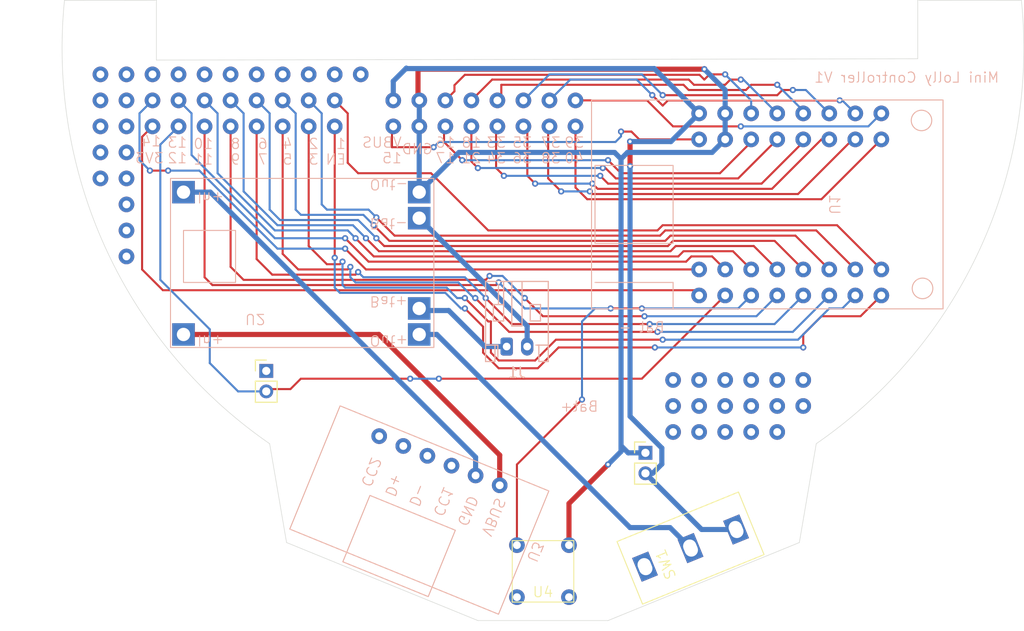
<source format=kicad_pcb>
(kicad_pcb (version 20240108) (generator "pcbnew") (generator_version "8.0")
  (layers (0 "F.Cu" signal) (31 "B.Cu" signal) (34 "B.Paste" user) (35 "F.Paste" user) (36 "B.SilkS" user "B.Silkscreen") (37 "F.SilkS" user "F.Silkscreen") (38 "B.Mask" user) (39 "F.Mask" user) (44 "Edge.Cuts" user))
  (net 0 "")
  (net 1 "GND")
  (net 3 "12")
  (net 4 "33")
  (net 5 "15")
  (net 6 "36")
  (net 7 "38")
  (net 8 "10")
  (net 9 "11")
  (net 10 "3")
  (net 11 "13")
  (net 12 "1")
  (net 13 "35")
  (net 14 "6")
  (net 15 "4")
  (net 16 "9")
  (net 17 "2")
  (net 18 "34")
  (net 19 "16")
  (net 20 "17")
  (net 21 "7")
  (net 22 "14")
  (net 23 "8")
  (net 24 "37")
  (net 25 "5")
  (net 26 "EN")
  (net 27 "39")
  (net 28 "40")
  (net 29 "3V3")
  (net 30 "VBUS")
  (net 31 "Net-(U2-In_+)")
  (net 32 "Net-(U2-In_-)")
  (net 33 "Bat+")
  (net 34 "Bat-")
  (net 35 "Net-(SW1-B)")
  (net 37 "18")
  (net 38 "21")
  (footprint "" (layer "F.Cu") (at 170.32 134.925 90)
    (property "Reference" "" (hide yes))
    (property "Value" "" (hide yes))
  )
  (footprint "Connector_PinHeader_2.00mm:PinHeader_1x02_P2.00mm_Vertical" (layer "F.Cu") (at 160 139.5)
    (property "Reference" "REF**" (hide yes))
    (property "Value" "PinHeader_1x02_P2.00mm_Vertical")
  )
  (footprint "" (layer "F.Cu") (at 109.36 110.16 90)
    (property "Reference" "" (hide yes))
    (property "Value" "" (hide yes))
  )
  (footprint "" (layer "F.Cu") (at 172.86 137.465 90)
    (property "Reference" "" (hide yes))
    (property "Value" "" (hide yes))
  )
  (footprint "" (layer "F.Cu") (at 109.36 112.7 90)
    (property "Reference" "" (hide yes))
    (property "Value" "" (hide yes))
  )
  (footprint "" (layer "F.Cu") (at 167.78 132.385 90)
    (property "Reference" "" (hide yes))
    (property "Value" "" (hide yes))
  )
  (footprint "" (layer "F.Cu") (at 116.98 102.54 90)
    (property "Reference" "" (hide yes))
    (property "Value" "" (hide yes))
  )
  (footprint "" (layer "F.Cu") (at 170.32 137.465 90)
    (property "Reference" "" (hide yes))
    (property "Value" "" (hide yes))
  )
  (footprint "controller:1P2T SPDT RUNCCI-YUN" (layer "F.Cu") (at 164.4 148.8 112.2)
    (property "Reference" "SW1")
    (property "Value" "SW_SPDT")
  )
  (footprint "" (layer "F.Cu") (at 114.44 102.54 90)
    (property "Reference" "" (hide yes))
    (property "Value" "" (hide yes))
  )
  (footprint "" (layer "F.Cu") (at 170.32 132.385 90)
    (property "Reference" "" (hide yes))
    (property "Value" "" (hide yes))
  )
  (footprint "" (layer "F.Cu") (at 106.82 107.62 90)
    (property "Reference" "" (hide yes))
    (property "Value" "" (hide yes))
  )
  (footprint "" (layer "F.Cu") (at 175.4 132.385 90)
    (property "Reference" "" (hide yes))
    (property "Value" "" (hide yes))
  )
  (footprint "" (layer "F.Cu") (at 162.7 134.925 90)
    (property "Reference" "" (hide yes))
    (property "Value" "" (hide yes))
  )
  (footprint "" (layer "F.Cu") (at 175.4 134.925 90)
    (property "Reference" "" (hide yes))
    (property "Value" "" (hide yes))
  )
  (footprint "" (layer "F.Cu") (at 106.82 112.7 90)
    (property "Reference" "" (hide yes))
    (property "Value" "" (hide yes))
  )
  (footprint "" (layer "F.Cu") (at 167.78 137.465 90)
    (property "Reference" "" (hide yes))
    (property "Value" "" (hide yes))
  )
  (footprint "" (layer "F.Cu") (at 165.24 132.385 90)
    (property "Reference" "" (hide yes))
    (property "Value" "" (hide yes))
  )
  (footprint "" (layer "F.Cu") (at 127.14 102.54 90)
    (property "Reference" "" (hide yes))
    (property "Value" "" (hide yes))
  )
  (footprint "" (layer "F.Cu") (at 111.9 102.54 90)
    (property "Reference" "" (hide yes))
    (property "Value" "" (hide yes))
  )
  (footprint "" (layer "F.Cu") (at 109.36 117.78 90)
    (property "Reference" "" (hide yes))
    (property "Value" "" (hide yes))
  )
  (footprint "MountingHole:MountingHole_2.2mm_M2" (layer "F.Cu") (at 179 129)
    (property "Reference" "REF**" (hide yes))
    (property "Value" "MountingHole_2.2mm_M2")
  )
  (footprint "Connector_PinHeader_2.00mm:PinHeader_1x02_P2.00mm_Vertical" (layer "F.Cu") (at 123 131.5)
    (property "Reference" "REF**" (hide yes))
    (property "Value" "PinHeader_1x02_P2.00mm_Vertical")
  )
  (footprint "controller:small thoughhole button" (layer "F.Cu") (at 150 153.594)
    (property "Reference" "U4")
    (property "Value" "~")
  )
  (footprint "" (layer "F.Cu") (at 162.7 137.465 90)
    (property "Reference" "" (hide yes))
    (property "Value" "" (hide yes))
  )
  (footprint "" (layer "F.Cu") (at 165.24 134.925 90)
    (property "Reference" "" (hide yes))
    (property "Value" "" (hide yes))
  )
  (footprint "" (layer "F.Cu") (at 109.36 115.24 90)
    (property "Reference" "" (hide yes))
    (property "Value" "" (hide yes))
  )
  (footprint "MountingHole:MountingHole_2.2mm_M2" (layer "F.Cu") (at 106.5 98)
    (property "Reference" "REF**" (hide yes))
    (property "Value" "MountingHole_2.2mm_M2")
  )
  (footprint "" (layer "F.Cu") (at 119.52 102.54 90)
    (property "Reference" "" (hide yes))
    (property "Value" "" (hide yes))
  )
  (footprint "" (layer "F.Cu") (at 109.36 107.62 90)
    (property "Reference" "" (hide yes))
    (property "Value" "" (hide yes))
  )
  (footprint "" (layer "F.Cu") (at 129.68 102.54 90)
    (property "Reference" "" (hide yes))
    (property "Value" "" (hide yes))
  )
  (footprint "" (layer "F.Cu") (at 165.24 137.465 90)
    (property "Reference" "" (hide yes))
    (property "Value" "" (hide yes))
  )
  (footprint "" (layer "F.Cu") (at 109.36 105.08 90)
    (property "Reference" "" (hide yes))
    (property "Value" "" (hide yes))
  )
  (footprint "" (layer "F.Cu") (at 124.6 102.54 90)
    (property "Reference" "" (hide yes))
    (property "Value" "" (hide yes))
  )
  (footprint "" (layer "F.Cu") (at 167.78 134.925 90)
    (property "Reference" "" (hide yes))
    (property "Value" "" (hide yes))
  )
  (footprint "" (layer "F.Cu") (at 109.36 102.54 90)
    (property "Reference" "" (hide yes))
    (property "Value" "" (hide yes))
  )
  (footprint "" (layer "F.Cu") (at 106.82 102.54 90)
    (property "Reference" "" (hide yes))
    (property "Value" "" (hide yes))
  )
  (footprint "" (layer "F.Cu") (at 172.86 134.925 90)
    (property "Reference" "" (hide yes))
    (property "Value" "" (hide yes))
  )
  (footprint "" (layer "F.Cu") (at 172.86 132.385 90)
    (property "Reference" "" (hide yes))
    (property "Value" "" (hide yes))
  )
  (footprint "" (layer "F.Cu") (at 106.82 110.16 90)
    (property "Reference" "" (hide yes))
    (property "Value" "" (hide yes))
  )
  (footprint "" (layer "F.Cu") (at 122.06 102.54 90)
    (property "Reference" "" (hide yes))
    (property "Value" "" (hide yes))
  )
  (footprint "" (layer "F.Cu") (at 109.36 120.32)
    (property "Reference" "")
    (property "Value" "")
  )
  (footprint "" (layer "F.Cu") (at 162.7 132.385 90)
    (property "Reference" "" (hide yes))
    (property "Value" "" (hide yes))
  )
  (footprint "" (layer "F.Cu") (at 106.82 105.08 90)
    (property "Reference" "" (hide yes))
    (property "Value" "" (hide yes))
  )
  (footprint "" (layer "F.Cu") (at 132.22 102.54 90)
    (property "Reference" "" (hide yes))
    (property "Value" "" (hide yes))
  )
  (footprint "controller:esp32 s2-mini dev board" (layer "B.Cu") (at 177.94 115.24 90)
    (property "Reference" "U1")
    (property "Value" "ESP32-S2-MINI-1")
  )
  (footprint "" (layer "B.Cu") (at 122.06 107.62)
    (property "Reference" "")
    (property "Value" "")
  )
  (footprint "" (layer "B.Cu") (at 119.52 105.08)
    (property "Reference" "")
    (property "Value" "")
  )
  (footprint "" (layer "B.Cu") (at 111.9 107.62)
    (property "Reference" "")
    (property "Value" "")
  )
  (footprint "" (layer "B.Cu") (at 143.015 107.62)
    (property "Reference" "")
    (property "Value" "")
  )
  (footprint "" (layer "B.Cu") (at 143.015 105.08)
    (property "Reference" "")
    (property "Value" "")
  )
  (footprint "" (layer "B.Cu") (at 111.9 105.08)
    (property "Reference" "")
    (property "Value" "")
  )
  (footprint "" (layer "B.Cu") (at 135.395 107.62)
    (property "Reference" "")
    (property "Value" "")
  )
  (footprint "controller:tp4056 module" (layer "B.Cu") (at 114.925 127.94)
    (property "Reference" "U2")
    (property "Value" "~")
  )
  (footprint "" (layer "B.Cu") (at 129.68 107.62)
    (property "Reference" "")
    (property "Value" "")
  )
  (footprint "" (layer "B.Cu") (at 135.395 105.08)
    (property "Reference" "")
    (property "Value" "")
  )
  (footprint "" (layer "B.Cu") (at 124.6 105.08)
    (property "Reference" "")
    (property "Value" "")
  )
  (footprint "" (layer "B.Cu") (at 129.68 105.08)
    (property "Reference" "")
    (property "Value" "")
  )
  (footprint "" (layer "B.Cu") (at 148.095 105.08)
    (property "Reference" "")
    (property "Value" "")
  )
  (footprint "" (layer "B.Cu") (at 145.555 107.62)
    (property "Reference" "")
    (property "Value" "")
  )
  (footprint "" (layer "B.Cu") (at 114.44 105.08)
    (property "Reference" "")
    (property "Value" "")
  )
  (footprint "" (layer "B.Cu") (at 140.475 107.62)
    (property "Reference" "")
    (property "Value" "")
  )
  (footprint "" (layer "B.Cu") (at 148.095 107.62)
    (property "Reference" "")
    (property "Value" "")
  )
  (footprint "" (layer "B.Cu") (at 127.14 105.08)
    (property "Reference" "")
    (property "Value" "")
  )
  (footprint "" (layer "B.Cu") (at 150.635 107.62)
    (property "Reference" "")
    (property "Value" "")
  )
  (footprint "controller:usb-c 5v breakout" (layer "B.Cu") (at 135.101195 152.02903 67.8)
    (property "Reference" "U3")
    (property "Value" "~")
  )
  (footprint "" (layer "B.Cu") (at 122.06 105.08)
    (property "Reference" "")
    (property "Value" "")
  )
  (footprint "Connector_JST:JST_PH_S2B-PH-K_1x02_P2.00mm_Horizontal" (layer "B.Cu") (at 146.46 129.12)
    (property "Reference" "J1")
    (property "Value" "Conn_01x02_Pin")
  )
  (footprint "" (layer "B.Cu") (at 114.44 107.62)
    (property "Reference" "")
    (property "Value" "")
  )
  (footprint "" (layer "B.Cu") (at 137.935 107.62)
    (property "Reference" "")
    (property "Value" "")
  )
  (footprint "" (layer "B.Cu") (at 116.98 105.08)
    (property "Reference" "")
    (property "Value" "")
  )
  (footprint "" (layer "B.Cu") (at 145.555 105.08)
    (property "Reference" "")
    (property "Value" "")
  )
  (footprint "" (layer "B.Cu") (at 137.935 105.08)
    (property "Reference" "")
    (property "Value" "")
  )
  (footprint "" (layer "B.Cu") (at 150.635 105.08)
    (property "Reference" "")
    (property "Value" "")
  )
  (footprint "" (layer "B.Cu") (at 153.175 107.62)
    (property "Reference" "")
    (property "Value" "")
  )
  (footprint "" (layer "B.Cu") (at 116.98 107.62)
    (property "Reference" "")
    (property "Value" "")
  )
  (footprint "" (layer "B.Cu") (at 127.14 107.62)
    (property "Reference" "")
    (property "Value" "")
  )
  (footprint "" (layer "B.Cu") (at 140.475 105.08)
    (property "Reference" "")
    (property "Value" "")
  )
  (footprint "" (layer "B.Cu") (at 153.175 105.08)
    (property "Reference" "")
    (property "Value" "")
  )
  (footprint "" (layer "B.Cu") (at 124.6 107.62)
    (property "Reference" "")
    (property "Value" "")
  )
  (footprint "" (layer "B.Cu") (at 119.52 107.62)
    (property "Reference" "")
    (property "Value" "")
  )
  (gr_arc (start 196.688679 95.305982) (mid 192.592724 119.69077) (end 176.67 138.608) (stroke (width 0.05)) (layer "Edge.Cuts"))
  (gr_line (start 123.33 138.608) (end 124.981 148.26) (stroke (width 0.05)) (layer "Edge.Cuts"))
  (gr_line (start 186.576 95.301) (end 196.688679 95.305982) (stroke (width 0.05)) (layer "Edge.Cuts"))
  (gr_line (start 143.65 155.88) (end 156.35 155.88) (stroke (width 0.05)) (layer "Edge.Cuts"))
  (gr_line (start 186.576 101.016) (end 186.576 95.301) (stroke (width 0.05)) (layer "Edge.Cuts"))
  (gr_line (start 175.019 148.26) (end 156.35 155.88) (stroke (width 0.05)) (layer "Edge.Cuts"))
  (gr_line (start 176.67 138.608) (end 175.019 148.26) (stroke (width 0.05)) (layer "Edge.Cuts"))
  (gr_line (start 112.281 95.301) (end 103.311343 95.305761) (stroke (width 0.05)) (layer "Edge.Cuts"))
  (gr_line (start 112.281 95.301) (end 112.281299 101.141558) (stroke (width 0.05)) (layer "Edge.Cuts"))
  (gr_line (start 124.981 148.26) (end 143.65 155.88) (stroke (width 0.05)) (layer "Edge.Cuts"))
  (gr_line (start 112.281299 101.141558) (end 186.576 101.016) (stroke (width 0.05)) (layer "Edge.Cuts"))
  (gr_arc (start 123.33 138.608) (mid 107.407229 119.690669) (end 103.311343 95.305761) (stroke (width 0.05)) (layer "Edge.Cuts"))
  (gr_text "21" (at 144.031 111.303 0) (layer "B.SilkS") (effects (font (size 1 1) (thickness 0.1)) (justify left bottom mirror)))
  (gr_text "EN" (at 130.823 111.43 0) (layer "B.SilkS") (effects (font (size 1 1) (thickness 0.1)) (justify left bottom mirror)))
  (gr_text "18" (at 144.031 109.779 0) (layer "B.SilkS") (effects (font (size 1 1) (thickness 0.1)) (justify left bottom mirror)))
  (gr_text "34" (at 146.444 111.303 0) (layer "B.SilkS") (effects (font (size 1 1) (thickness 0.1)) (justify left bottom mirror)))
  (gr_text "2" (at 128.156 109.906 0) (layer "B.SilkS") (effects (font (size 1 1) (thickness 0.1)) (justify left bottom mirror)))
  (gr_text "33" (at 146.444 109.779 0) (layer "B.SilkS") (effects (font (size 1 1) (thickness 0.1)) (justify left bottom mirror)))
  (gr_text "9" (at 120.536 111.43 0) (layer "B.SilkS") (effects (font (size 1 1) (thickness 0.1)) (justify left bottom mirror)))
  (gr_text "16" (at 141.491 109.779 0) (layer "B.SilkS") (effects (font (size 1 1) (thickness 0.1)) (justify left bottom mirror)))
  (gr_text "17" (at 141.491 111.303 0) (layer "B.SilkS") (effects (font (size 1 1) (thickness 0.1)) (justify left bottom mirror)))
  (gr_text "3V3" (at 113.043 111.303 0) (layer "B.SilkS") (effects (font (size 1 1) (thickness 0.1)) (justify left bottom mirror)))
  (gr_text "GND\n" (at 139.332 110.414 0) (layer "B.SilkS") (effects (font (size 1 1) (thickness 0.1)) (justify left bottom mirror)))
  (gr_text "13" (at 115.329 109.779 0) (layer "B.SilkS") (effects (font (size 1 1) (thickness 0.1)) (justify left bottom mirror)))
  (gr_text "11" (at 117.869 111.43 0) (layer "B.SilkS") (effects (font (size 1 1) (thickness 0.1)) (justify left bottom mirror)))
  (gr_text "37" (at 151.778 109.779 0) (layer "B.SilkS") (effects (font (size 1 1) (thickness 0.1)) (justify left bottom mirror)))
  (gr_text "5" (at 125.616 111.43 0) (layer "B.SilkS") (effects (font (size 1 1) (thickness 0.1)) (justify left bottom mirror)))
  (gr_text "Mini Lolly Controller V1\n" (at 194.577 103.429 0) (layer "B.SilkS") (effects (font (size 1 1) (thickness 0.1)) (justify left bottom mirror)))
  (gr_text "38\n" (at 151.778 111.303 0) (layer "B.SilkS") (effects (font (size 1 1) (thickness 0.1)) (justify left bottom mirror)))
  (gr_text "35" (at 148.984 109.779 0) (layer "B.SilkS") (effects (font (size 1 1) (thickness 0.1)) (justify left bottom mirror)))
  (gr_text "4" (at 125.616 109.906 0) (layer "B.SilkS") (effects (font (size 1 1) (thickness 0.1)) (justify left bottom mirror)))
  (gr_text "7" (at 123.203 111.43 0) (layer "B.SilkS") (effects (font (size 1 1) (thickness 0.1)) (justify left bottom mirror)))
  (gr_text "39\n" (at 154.064 109.779 0) (layer "B.SilkS") (effects (font (size 1 1) (thickness 0.1)) (justify left bottom mirror)))
  (gr_text "3" (at 128.156 111.43 0) (layer "B.SilkS") (effects (font (size 1 1) (thickness 0.1)) (justify left bottom mirror)))
  (gr_text "10\n" (at 117.869 109.906 0) (layer "B.SilkS") (effects (font (size 1 1) (thickness 0.1)) (justify left bottom mirror)))
  (gr_text "40\n" (at 154.064 111.303 0) (layer "B.SilkS") (effects (font (size 1 1) (thickness 0.1)) (justify left bottom mirror)))
  (gr_text "1\n" (at 130.823 109.906 0) (layer "B.SilkS") (effects (font (size 1 1) (thickness 0.1)) (justify left bottom mirror)))
  (gr_text "14" (at 112.789 109.652 0) (layer "B.SilkS") (effects (font (size 1 1) (thickness 0.1)) (justify left bottom mirror)))
  (gr_text "Bat+\n" (at 155.461 135.56 0) (layer "B.SilkS") (effects (font (size 1 1) (thickness 0.1)) (justify left bottom mirror)))
  (gr_text "Bat -\n" (at 161.938 127.813 0) (layer "B.SilkS") (effects (font (size 1 1) (thickness 0.1)) (justify left bottom mirror)))
  (gr_text "VBUS\n" (at 136.284 109.779 0) (layer "B.SilkS") (effects (font (size 1 1) (thickness 0.1)) (justify left bottom mirror)))
  (gr_text "15" (at 136.284 111.303 0) (layer "B.SilkS") (effects (font (size 1 1) (thickness 0.1)) (justify left bottom mirror)))
  (gr_text "12" (at 115.329 111.303 0) (layer "B.SilkS") (effects (font (size 1 1) (thickness 0.1)) (justify left bottom mirror)))
  (gr_text "6" (at 123.203 109.906 0) (layer "B.SilkS") (effects (font (size 1 1) (thickness 0.1)) (justify left bottom mirror)))
  (gr_text "36\n" (at 148.984 111.303 0) (layer "B.SilkS") (effects (font (size 1 1) (thickness 0.1)) (justify left bottom mirror)))
  (gr_text "8" (at 120.536 109.906 0) (layer "B.SilkS") (effects (font (size 1 1) (thickness 0.1)) (justify left bottom mirror)))
  (segment (start 165.748 102.032) (end 137.808 102.032) (width 0.5) (layer "F.Cu") (net 1))
  (segment (start 152.54 144.45) (end 152.54 148.514) (width 0.5) (layer "F.Cu") (net 1))
  (segment (start 137.808 102.032) (end 137.808 104.953) (width 0.5) (layer "F.Cu") (net 1))
  (segment (start 152.54 144.45) (end 156.35 140.64) (width 0.5) (layer "F.Cu") (net 1))
  (via (at 156.35 140.64) (size 0.6) (drill 0.3) (layers "F.Cu" "B.Cu") (net 1))
  (via (at 165.748 102.032) (size 0.6) (drill 0.3) (layers "F.Cu" "B.Cu") (net 1))
  (segment (start 137.925 114.04) (end 137.925 107.63) (width 0.5) (layer "B.Cu") (net 1))
  (segment (start 141.805 110.16) (end 156.985 110.16) (width 0.5) (layer "B.Cu") (net 1))
  (segment (start 160 139.5) (end 158.315 139.5) (width 0.5) (layer "B.Cu") (net 1))
  (segment (start 167.78 106.35) (end 167.78 108.89) (width 0.5) (layer "B.Cu") (net 1))
  (segment (start 167.78 106.35) (end 167.78 104.064) (width 0.5) (layer "B.Cu") (net 1))
  (segment (start 156.35 140.64) (end 157.62 139.37) (width 0.5) (layer "B.Cu") (net 1))
  (segment (start 137.925 114.04) (end 141.805 110.16) (width 0.5) (layer "B.Cu") (net 1))
  (segment (start 157.62 138.805) (end 157.62 110.795) (width 0.5) (layer "B.Cu") (net 1))
  (segment (start 156.985 110.16) (end 157.62 110.795) (width 0.5) (layer "B.Cu") (net 1))
  (segment (start 158.255 110.16) (end 166.51 110.16) (width 0.5) (layer "B.Cu") (net 1))
  (segment (start 157.62 110.795) (end 158.255 110.16) (width 0.5) (layer "B.Cu") (net 1))
  (segment (start 167.78 104.064) (end 165.748 102.032) (width 0.5) (layer "B.Cu") (net 1))
  (segment (start 166.51 110.16) (end 167.78 108.89) (width 0.5) (layer "B.Cu") (net 1))
  (segment (start 157.62 139.37) (end 157.62 138.805) (width 0.5) (layer "B.Cu") (net 1))
  (segment (start 158.315 139.5) (end 157.62 138.805) (width 0.5) (layer "B.Cu") (net 1))
  (segment (start 137.935 107.62) (end 137.935 105.08) (width 0.5) (layer "B.Cu") (net 1))
  (segment (start 137.046 132.258) (end 126.378 132.258) (width 0.2) (layer "F.Cu") (net 3))
  (segment (start 159.652 132.258) (end 139.84 132.258) (width 0.2) (layer "F.Cu") (net 3))
  (segment (start 125.362 133.274) (end 123.226 133.274) (width 0.2) (layer "F.Cu") (net 3))
  (segment (start 167.78 124.13) (end 159.652 132.258) (width 0.2) (layer "F.Cu") (net 3))
  (segment (start 126.378 132.258) (end 125.362 133.274) (width 0.2) (layer "F.Cu") (net 3))
  (via (at 139.84 132.258) (size 0.6) (drill 0.3) (layers "F.Cu" "B.Cu") (net 3))
  (via (at 137.046 132.258) (size 0.6) (drill 0.3) (layers "F.Cu" "B.Cu") (net 3))
  (segment (start 120.254 133.5) (end 117.488 130.734) (width 0.2) (layer "B.Cu") (net 3))
  (segment (start 117.488 127.432) (end 112.662 122.606) (width 0.2) (layer "B.Cu") (net 3))
  (segment (start 112.662 109.398) (end 114.44 107.62) (width 0.2) (layer "B.Cu") (net 3))
  (segment (start 123 133.5) (end 120.254 133.5) (width 0.2) (layer "B.Cu") (net 3))
  (segment (start 139.84 132.258) (end 137.046 132.258) (width 0.2) (layer "B.Cu") (net 3))
  (segment (start 117.488 130.734) (end 117.488 127.432) (width 0.2) (layer "B.Cu") (net 3))
  (segment (start 112.662 122.606) (end 112.662 109.398) (width 0.2) (layer "B.Cu") (net 3))
  (segment (start 172.86 103.556) (end 170.32 103.556) (width 0.2) (layer "F.Cu") (net 4))
  (segment (start 164.224 104.064) (end 163.716 103.556) (width 0.2) (layer "F.Cu") (net 4))
  (segment (start 169.812 104.064) (end 164.224 104.064) (width 0.2) (layer "F.Cu") (net 4))
  (segment (start 170.32 103.556) (end 169.812 104.064) (width 0.2) (layer "F.Cu") (net 4))
  (segment (start 163.716 103.556) (end 145.936 103.556) (width 0.2) (layer "F.Cu") (net 4))
  (segment (start 145.936 103.556) (end 145.936 104.699) (width 0.2) (layer "F.Cu") (net 4))
  (via (at 172.86 103.556) (size 0.6) (drill 0.3) (layers "F.Cu" "B.Cu") (net 4))
  (segment (start 175.4 106.096) (end 172.86 103.556) (width 0.2) (layer "B.Cu") (net 4))
  (segment (start 165.24 108.89) (end 159.398 108.89) (width 0.2) (layer "F.Cu") (net 5))
  (segment (start 159.398 108.89) (end 158.636 108.128) (width 0.2) (layer "F.Cu") (net 5))
  (segment (start 157.62 108.128) (end 158.636 108.128) (width 0.2) (layer "F.Cu") (net 5))
  (segment (start 135.268 109.652) (end 135.268 107.747) (width 0.2) (layer "F.Cu") (net 5))
  (segment (start 139.332 109.652) (end 135.268 109.652) (width 0.2) (layer "F.Cu") (net 5))
  (via (at 157.62 108.128) (size 0.6) (drill 0.3) (layers "F.Cu" "B.Cu") (net 5))
  (via (at 139.332 109.652) (size 0.6) (drill 0.3) (layers "F.Cu" "B.Cu") (net 5))
  (segment (start 157.62 108.128) (end 157.62 108.594) (width 0.2) (layer "B.Cu") (net 5))
  (segment (start 139.84 109.144) (end 139.332 109.652) (width 0.2) (layer "B.Cu") (net 5))
  (segment (start 157.07 109.144) (end 139.84 109.144) (width 0.2) (layer "B.Cu") (net 5))
  (segment (start 157.62 108.594) (end 157.07 109.144) (width 0.2) (layer "B.Cu") (net 5))
  (segment (start 148.476 112.446) (end 148.476 108.001) (width 0.2) (layer "F.Cu") (net 6))
  (segment (start 155.334 113.716) (end 172.352 113.716) (width 0.2) (layer "F.Cu") (net 6))
  (segment (start 149.238 113.208) (end 148.476 112.446) (width 0.2) (layer "F.Cu") (net 6))
  (segment (start 154.826 113.208) (end 155.334 113.716) (width 0.2) (layer "F.Cu") (net 6))
  (segment (start 177.178 108.89) (end 177.94 108.89) (width 0.2) (layer "F.Cu") (net 6))
  (segment (start 172.352 113.716) (end 177.178 108.89) (width 0.2) (layer "F.Cu") (net 6))
  (via (at 154.826 113.208) (size 0.6) (drill 0.3) (layers "F.Cu" "B.Cu") (net 6))
  (via (at 149.238 113.208) (size 0.6) (drill 0.3) (layers "F.Cu" "B.Cu") (net 6))
  (segment (start 149.238 113.208) (end 154.826 113.208) (width 0.2) (layer "B.Cu") (net 6))
  (segment (start 151.778 113.97) (end 150.508 112.7) (width 0.2) (layer "F.Cu") (net 7))
  (segment (start 154.826 114.224) (end 174.892 114.224) (width 0.2) (layer "F.Cu") (net 7))
  (segment (start 174.892 114.224) (end 180.226 108.89) (width 0.2) (layer "F.Cu") (net 7))
  (segment (start 150.508 112.7) (end 150.508 107.747) (width 0.2) (layer "F.Cu") (net 7))
  (segment (start 154.572 113.97) (end 154.826 114.224) (width 0.2) (layer "F.Cu") (net 7))
  (via (at 151.778 113.97) (size 0.6) (drill 0.3) (layers "F.Cu" "B.Cu") (net 7))
  (via (at 154.572 113.97) (size 0.6) (drill 0.3) (layers "F.Cu" "B.Cu") (net 7))
  (segment (start 154.572 113.97) (end 151.778 113.97) (width 0.2) (layer "B.Cu") (net 7))
  (segment (start 170.32 121.59) (end 168.542 119.812) (width 0.2) (layer "F.Cu") (net 8))
  (segment (start 133.49 120.32) (end 131.712 118.542) (width 0.2) (layer "F.Cu") (net 8))
  (segment (start 163.208 120.32) (end 133.49 120.32) (width 0.2) (layer "F.Cu") (net 8))
  (segment (start 168.542 119.812) (end 163.716 119.812) (width 0.2) (layer "F.Cu") (net 8))
  (segment (start 163.716 119.812) (end 163.208 120.32) (width 0.2) (layer "F.Cu") (net 8))
  (via (at 131.712 118.542) (size 0.6) (drill 0.3) (layers "F.Cu" "B.Cu") (net 8))
  (segment (start 131.712 118.542) (end 130.95 117.78) (width 0.2) (layer "B.Cu") (net 8))
  (segment (start 118.25 106.35) (end 116.98 105.08) (width 0.2) (layer "B.Cu") (net 8))
  (segment (start 130.95 117.78) (end 123.838 117.78) (width 0.2) (layer "B.Cu") (net 8))
  (segment (start 118.25 112.192) (end 118.25 106.35) (width 0.2) (layer "B.Cu") (net 8))
  (segment (start 123.838 117.78) (end 118.25 112.192) (width 0.2) (layer "B.Cu") (net 8))
  (segment (start 147.46 140.64) (end 153.81 134.29) (width 0.2) (layer "F.Cu") (net 9))
  (segment (start 117.742 123.114) (end 116.98 122.352) (width 0.2) (layer "F.Cu") (net 9))
  (segment (start 159.652 125.4) (end 156.604 125.4) (width 0.2) (layer "F.Cu") (net 9))
  (segment (start 145.428 123.114) (end 117.742 123.114) (width 0.2) (layer "F.Cu") (net 9))
  (segment (start 116.98 122.352) (end 116.98 107.62) (width 0.2) (layer "F.Cu") (net 9))
  (segment (start 147.46 148.514) (end 147.46 140.64) (width 0.2) (layer "F.Cu") (net 9))
  (segment (start 145.682 122.86) (end 145.428 123.114) (width 0.2) (layer "F.Cu") (net 9))
  (via (at 156.604 125.4) (size 0.6) (drill 0.3) (layers "F.Cu" "B.Cu") (net 9))
  (via (at 159.652 125.4) (size 0.6) (drill 0.3) (layers "F.Cu" "B.Cu") (net 9))
  (via (at 153.81 134.29) (size 0.6) (drill 0.3) (layers "F.Cu" "B.Cu") (net 9))
  (via (at 145.682 122.86) (size 0.6) (drill 0.3) (layers "F.Cu" "B.Cu") (net 9))
  (segment (start 153.81 134.29) (end 153.81 126.67) (width 0.2) (layer "B.Cu") (net 9))
  (segment (start 156.604 125.4) (end 155.08 125.4) (width 0.2) (layer "B.Cu") (net 9))
  (segment (start 170.32 124.13) (end 169.05 125.4) (width 0.2) (layer "B.Cu") (net 9))
  (segment (start 169.05 125.4) (end 159.652 125.4) (width 0.2) (layer "B.Cu") (net 9))
  (segment (start 153.81 126.67) (end 155.08 125.4) (width 0.2) (layer "B.Cu") (net 9))
  (segment (start 155.08 125.4) (end 148.222 125.4) (width 0.2) (layer "B.Cu") (net 9))
  (segment (start 148.222 125.4) (end 145.682 122.86) (width 0.2) (layer "B.Cu") (net 9))
  (segment (start 161.684 128.448) (end 151.27 128.448) (width 0.2) (layer "F.Cu") (net 10))
  (segment (start 130.442 120.828) (end 130.188 121.082) (width 0.2) (layer "F.Cu") (net 10))
  (segment (start 151.27 128.448) (end 149.238 130.48) (width 0.2) (layer "F.Cu") (net 10))
  (segment (start 144.92 129.718) (end 144.92 126.67) (width 0.2) (layer "F.Cu") (net 10))
  (segment (start 144.92 129.718) (end 145.682 130.48) (width 0.2) (layer "F.Cu") (net 10))
  (segment (start 144.92 126.67) (end 144.666 126.67) (width 0.2) (layer "F.Cu") (net 10))
  (segment (start 127.14 119.304) (end 127.14 107.62) (width 0.2) (layer "F.Cu") (net 10))
  (segment (start 149.238 130.48) (end 145.682 130.48) (width 0.2) (layer "F.Cu") (net 10))
  (segment (start 130.188 121.082) (end 128.918 121.082) (width 0.2) (layer "F.Cu") (net 10))
  (segment (start 144.666 126.67) (end 142.38 124.384) (width 0.2) (layer "F.Cu") (net 10))
  (segment (start 128.918 121.082) (end 127.14 119.304) (width 0.2) (layer "F.Cu") (net 10))
  (via (at 161.684 128.448) (size 0.6) (drill 0.3) (layers "F.Cu" "B.Cu") (net 10))
  (via (at 130.442 120.828) (size 0.6) (drill 0.3) (layers "F.Cu" "B.Cu") (net 10))
  (via (at 142.38 124.384) (size 0.6) (drill 0.3) (layers "F.Cu" "B.Cu") (net 10))
  (segment (start 161.684 128.448) (end 174.892 128.448) (width 0.2) (layer "B.Cu") (net 10))
  (segment (start 179.21 125.4) (end 180.48 124.13) (width 0.2) (layer "B.Cu") (net 10))
  (segment (start 130.442 120.828) (end 130.442 123.114) (width 0.2) (layer "B.Cu") (net 10))
  (segment (start 141.618 124.384) (end 142.38 124.384) (width 0.2) (layer "B.Cu") (net 10))
  (segment (start 130.696 123.368) (end 140.602 123.368) (width 0.2) (layer "B.Cu") (net 10))
  (segment (start 130.442 123.114) (end 130.696 123.368) (width 0.2) (layer "B.Cu") (net 10))
  (segment (start 174.892 128.448) (end 177.94 125.4) (width 0.2) (layer "B.Cu") (net 10))
  (segment (start 177.94 125.4) (end 179.21 125.4) (width 0.2) (layer "B.Cu") (net 10))
  (segment (start 140.602 123.368) (end 141.618 124.384) (width 0.2) (layer "B.Cu") (net 10))
  (segment (start 166.51 120.32) (end 164.478 120.32) (width 0.2) (layer "F.Cu") (net 11))
  (segment (start 132.982 120.828) (end 130.696 118.542) (width 0.2) (layer "F.Cu") (net 11))
  (segment (start 164.478 120.32) (end 163.97 120.828) (width 0.2) (layer "F.Cu") (net 11))
  (segment (start 167.78 121.59) (end 166.51 120.32) (width 0.2) (layer "F.Cu") (net 11))
  (segment (start 163.97 120.828) (end 132.982 120.828) (width 0.2) (layer "F.Cu") (net 11))
  (via (at 130.696 118.542) (size 0.6) (drill 0.3) (layers "F.Cu" "B.Cu") (net 11))
  (segment (start 123.838 118.542) (end 115.71 110.414) (width 0.2) (layer "B.Cu") (net 11))
  (segment (start 115.71 110.414) (end 115.71 106.35) (width 0.2) (layer "B.Cu") (net 11))
  (segment (start 115.71 106.35) (end 114.44 105.08) (width 0.2) (layer "B.Cu") (net 11))
  (segment (start 130.696 118.542) (end 123.838 118.542) (width 0.2) (layer "B.Cu") (net 11))
  (segment (start 161.176 117.78) (end 161.684 117.272) (width 0.2) (layer "F.Cu") (net 12))
  (segment (start 130.95 111.176) (end 131.966 112.192) (width 0.2) (layer "F.Cu") (net 12))
  (segment (start 130.95 106.35) (end 130.95 111.176) (width 0.2) (layer "F.Cu") (net 12))
  (segment (start 161.684 117.272) (end 178.702 117.272) (width 0.2) (layer "F.Cu") (net 12))
  (segment (start 139.078 112.192) (end 144.666 117.78) (width 0.2) (layer "F.Cu") (net 12))
  (segment (start 178.702 117.272) (end 183.02 121.59) (width 0.2) (layer "F.Cu") (net 12))
  (segment (start 129.68 105.08) (end 130.95 106.35) (width 0.2) (layer "F.Cu") (net 12))
  (segment (start 144.666 117.78) (end 161.176 117.78) (width 0.2) (layer "F.Cu") (net 12))
  (segment (start 131.966 112.192) (end 139.078 112.192) (width 0.2) (layer "F.Cu") (net 12))
  (segment (start 161.684 104.572) (end 172.86 104.572) (width 0.2) (layer "F.Cu") (net 13))
  (segment (start 173.368 104.064) (end 172.86 104.572) (width 0.2) (layer "F.Cu") (net 13))
  (segment (start 174.384 104.064) (end 173.368 104.064) (width 0.2) (layer "F.Cu") (net 13))
  (via (at 174.384 104.064) (size 0.6) (drill 0.3) (layers "F.Cu" "B.Cu") (net 13))
  (via (at 161.684 104.572) (size 0.6) (drill 0.3) (layers "F.Cu" "B.Cu") (net 13))
  (segment (start 177.94 106.35) (end 175.654 104.064) (width 0.2) (layer "B.Cu") (net 13))
  (segment (start 159.652 102.54) (end 150.635 102.54) (width 0.2) (layer "B.Cu") (net 13))
  (segment (start 150.635 102.54) (end 148.095 105.08) (width 0.2) (layer "B.Cu") (net 13))
  (segment (start 175.654 104.064) (end 174.384 104.064) (width 0.2) (layer "B.Cu") (net 13))
  (segment (start 161.684 104.572) (end 159.652 102.54) (width 0.2) (layer "B.Cu") (net 13))
  (segment (start 162.192 119.304) (end 134.506 119.304) (width 0.2) (layer "F.Cu") (net 14))
  (segment (start 162.7 118.796) (end 162.192 119.304) (width 0.2) (layer "F.Cu") (net 14))
  (segment (start 175.4 121.59) (end 172.606 118.796) (width 0.2) (layer "F.Cu") (net 14))
  (segment (start 172.606 118.796) (end 162.7 118.796) (width 0.2) (layer "F.Cu") (net 14))
  (segment (start 134.506 119.304) (end 133.744 118.542) (width 0.2) (layer "F.Cu") (net 14))
  (via (at 133.744 118.542) (size 0.6) (drill 0.3) (layers "F.Cu" "B.Cu") (net 14))
  (segment (start 131.966 116.764) (end 124.346 116.764) (width 0.2) (layer "B.Cu") (net 14))
  (segment (start 124.346 116.764) (end 123.33 115.748) (width 0.2) (layer "B.Cu") (net 14))
  (segment (start 123.33 106.35) (end 122.06 105.08) (width 0.2) (layer "B.Cu") (net 14))
  (segment (start 133.744 118.542) (end 131.966 116.764) (width 0.2) (layer "B.Cu") (net 14))
  (segment (start 123.33 115.748) (end 123.33 106.35) (width 0.2) (layer "B.Cu") (net 14))
  (segment (start 135.014 118.796) (end 133.49 117.272) (width 0.2) (layer "F.Cu") (net 15))
  (segment (start 161.938 118.796) (end 135.014 118.796) (width 0.2) (layer "F.Cu") (net 15))
  (segment (start 174.638 118.288) (end 162.446 118.288) (width 0.2) (layer "F.Cu") (net 15))
  (segment (start 177.94 121.59) (end 174.638 118.288) (width 0.2) (layer "F.Cu") (net 15))
  (segment (start 162.446 118.288) (end 161.938 118.796) (width 0.2) (layer "F.Cu") (net 15))
  (via (at 133.49 117.272) (size 0.6) (drill 0.3) (layers "F.Cu" "B.Cu") (net 15))
  (segment (start 126.378 116.256) (end 132.474 116.256) (width 0.2) (layer "B.Cu") (net 15))
  (segment (start 124.6 105.08) (end 125.87 106.35) (width 0.2) (layer "B.Cu") (net 15))
  (segment (start 125.87 106.35) (end 125.87 115.748) (width 0.2) (layer "B.Cu") (net 15))
  (segment (start 132.474 116.256) (end 133.49 117.272) (width 0.2) (layer "B.Cu") (net 15))
  (segment (start 125.87 115.748) (end 126.378 116.256) (width 0.2) (layer "B.Cu") (net 15))
  (segment (start 120.79 122.606) (end 119.52 121.336) (width 0.2) (layer "F.Cu") (net 16))
  (segment (start 144.793 122.225) (end 144.412 122.606) (width 0.2) (layer "F.Cu") (net 16))
  (segment (start 119.52 121.336) (end 119.52 107.62) (width 0.2) (layer "F.Cu") (net 16))
  (segment (start 150 126.162) (end 148.222 124.384) (width 0.2) (layer "F.Cu") (net 16))
  (segment (start 159.906 126.162) (end 150 126.162) (width 0.2) (layer "F.Cu") (net 16))
  (segment (start 144.412 122.606) (end 120.79 122.606) (width 0.2) (layer "F.Cu") (net 16))
  (via (at 144.793 122.225) (size 0.6) (drill 0.3) (layers "F.Cu" "B.Cu") (net 16))
  (via (at 148.222 124.384) (size 0.6) (drill 0.3) (layers "F.Cu" "B.Cu") (net 16))
  (via (at 159.906 126.162) (size 0.6) (drill 0.3) (layers "F.Cu" "B.Cu") (net 16))
  (segment (start 144.793 122.225) (end 146.063 122.225) (width 0.2) (layer "B.Cu") (net 16))
  (segment (start 170.828 126.162) (end 159.906 126.162) (width 0.2) (layer "B.Cu") (net 16))
  (segment (start 172.86 124.13) (end 170.828 126.162) (width 0.2) (layer "B.Cu") (net 16))
  (segment (start 146.063 122.225) (end 148.222 124.384) (width 0.2) (layer "B.Cu") (net 16))
  (segment (start 161.938 117.78) (end 161.43 118.288) (width 0.2) (layer "F.Cu") (net 17))
  (segment (start 180.48 121.59) (end 176.67 117.78) (width 0.2) (layer "F.Cu") (net 17))
  (segment (start 176.67 117.78) (end 161.938 117.78) (width 0.2) (layer "F.Cu") (net 17))
  (segment (start 161.43 118.288) (end 135.522 118.288) (width 0.2) (layer "F.Cu") (net 17))
  (segment (start 135.522 118.288) (end 133.744 116.51) (width 0.2) (layer "F.Cu") (net 17))
  (via (at 133.744 116.51) (size 0.6) (drill 0.3) (layers "F.Cu" "B.Cu") (net 17))
  (segment (start 132.982 115.748) (end 128.918 115.748) (width 0.2) (layer "B.Cu") (net 17))
  (segment (start 128.41 115.24) (end 128.918 115.748) (width 0.2) (layer "B.Cu") (net 17))
  (segment (start 133.744 116.51) (end 132.982 115.748) (width 0.2) (layer "B.Cu") (net 17))
  (segment (start 128.41 115.24) (end 128.41 106.35) (width 0.2) (layer "B.Cu") (net 17))
  (segment (start 128.41 106.35) (end 127.14 105.08) (width 0.2) (layer "B.Cu") (net 17))
  (segment (start 145.428 111.684) (end 145.428 107.747) (width 0.2) (layer "F.Cu") (net 18))
  (segment (start 146.19 112.446) (end 145.428 111.684) (width 0.2) (layer "F.Cu") (net 18))
  (segment (start 171.336 113.208) (end 175.4 109.144) (width 0.2) (layer "F.Cu") (net 18))
  (segment (start 155.588 112.446) (end 156.35 113.208) (width 0.2) (layer "F.Cu") (net 18))
  (segment (start 156.35 113.208) (end 171.336 113.208) (width 0.2) (layer "F.Cu") (net 18))
  (via (at 146.19 112.446) (size 0.6) (drill 0.3) (layers "F.Cu" "B.Cu") (net 18))
  (via (at 155.588 112.446) (size 0.6) (drill 0.3) (layers "F.Cu" "B.Cu") (net 18))
  (segment (start 146.19 112.446) (end 155.588 112.446) (width 0.2) (layer "B.Cu") (net 18))
  (segment (start 165.282 102.582) (end 165.748 103.048) (width 0.2) (layer "F.Cu") (net 19))
  (segment (start 141.364 104.191) (end 141.364 103.598) (width 0.2) (layer "F.Cu") (net 19))
  (segment (start 165.748 103.048) (end 166.256 102.54) (width 0.2) (layer "F.Cu") (net 19))
  (segment (start 141.364 103.598) (end 142.38 102.582) (width 0.2) (layer "F.Cu") (net 19))
  (segment (start 166.256 102.54) (end 167.78 102.54) (width 0.2) (layer "F.Cu") (net 19))
  (segment (start 140.475 105.08) (end 141.364 104.191) (width 0.2) (layer "F.Cu") (net 19))
  (segment (start 142.38 102.582) (end 165.282 102.582) (width 0.2) (layer "F.Cu") (net 19))
  (via (at 167.78 102.54) (size 0.6) (drill 0.3) (layers "F.Cu" "B.Cu") (net 19))
  (segment (start 170.32 106.35) (end 170.32 105.08) (width 0.2) (layer "B.Cu") (net 19))
  (segment (start 170.32 105.08) (end 167.78 102.54) (width 0.2) (layer "B.Cu") (net 19))
  (segment (start 140.348 109.144) (end 140.348 107.747) (width 0.2) (layer "F.Cu") (net 20))
  (segment (start 142.126 110.922) (end 140.348 109.144) (width 0.2) (layer "F.Cu") (net 20))
  (segment (start 156.35 110.922) (end 157.62 112.192) (width 0.2) (layer "F.Cu") (net 20))
  (segment (start 167.272 112.192) (end 170.32 109.144) (width 0.2) (layer "F.Cu") (net 20))
  (segment (start 157.62 112.192) (end 167.272 112.192) (width 0.2) (layer "F.Cu") (net 20))
  (via (at 142.126 110.922) (size 0.6) (drill 0.3) (layers "F.Cu" "B.Cu") (net 20))
  (via (at 156.35 110.922) (size 0.6) (drill 0.3) (layers "F.Cu" "B.Cu") (net 20))
  (segment (start 142.126 110.922) (end 156.35 110.922) (width 0.2) (layer "B.Cu") (net 20))
  (segment (start 123.584 122.098) (end 122.06 120.574) (width 0.2) (layer "F.Cu") (net 21))
  (segment (start 160.414 126.924) (end 146.952 126.924) (width 0.2) (layer "F.Cu") (net 21))
  (segment (start 131.966 121.844) (end 131.712 122.098) (width 0.2) (layer "F.Cu") (net 21))
  (segment (start 146.952 126.924) (end 144.412 124.384) (width 0.2) (layer "F.Cu") (net 21))
  (segment (start 122.06 120.574) (end 122.06 107.62) (width 0.2) (layer "F.Cu") (net 21))
  (segment (start 131.712 122.098) (end 123.584 122.098) (width 0.2) (layer "F.Cu") (net 21))
  (via (at 131.966 121.844) (size 0.6) (drill 0.3) (layers "F.Cu" "B.Cu") (net 21))
  (via (at 144.412 124.384) (size 0.6) (drill 0.3) (layers "F.Cu" "B.Cu") (net 21))
  (via (at 160.414 126.924) (size 0.6) (drill 0.3) (layers "F.Cu" "B.Cu") (net 21))
  (segment (start 172.606 126.924) (end 160.414 126.924) (width 0.2) (layer "B.Cu") (net 21))
  (segment (start 132.474 122.352) (end 142.38 122.352) (width 0.2) (layer "B.Cu") (net 21))
  (segment (start 131.966 121.844) (end 132.474 122.352) (width 0.2) (layer "B.Cu") (net 21))
  (segment (start 175.4 124.13) (end 172.606 126.924) (width 0.2) (layer "B.Cu") (net 21))
  (segment (start 142.38 122.352) (end 144.412 124.384) (width 0.2) (layer "B.Cu") (net 21))
  (segment (start 113.424 111.938) (end 111.646 111.938) (width 0.2) (layer "F.Cu") (net 22))
  (segment (start 132.728 121.59) (end 165.24 121.59) (width 0.2) (layer "F.Cu") (net 22))
  (segment (start 132.728 121.59) (end 130.696 119.558) (width 0.2) (layer "F.Cu") (net 22))
  (via (at 111.646 111.938) (size 0.6) (drill 0.3) (layers "F.Cu" "B.Cu") (net 22))
  (via (at 130.696 119.558) (size 0.6) (drill 0.3) (layers "F.Cu" "B.Cu") (net 22))
  (via (at 113.424 111.938) (size 0.6) (drill 0.3) (layers "F.Cu" "B.Cu") (net 22))
  (segment (start 110.63 106.35) (end 111.9 105.08) (width 0.2) (layer "B.Cu") (net 22))
  (segment (start 130.696 119.558) (end 124.092 119.558) (width 0.2) (layer "B.Cu") (net 22))
  (segment (start 116.472 111.938) (end 113.424 111.938) (width 0.2) (layer "B.Cu") (net 22))
  (segment (start 110.63 110.922) (end 110.63 106.35) (width 0.2) (layer "B.Cu") (net 22))
  (segment (start 116.472 111.938) (end 124.092 119.558) (width 0.2) (layer "B.Cu") (net 22))
  (segment (start 111.646 111.938) (end 110.63 110.922) (width 0.2) (layer "B.Cu") (net 22))
  (segment (start 133.998 119.812) (end 132.728 118.542) (width 0.2) (layer "F.Cu") (net 23))
  (segment (start 162.954 119.304) (end 162.446 119.812) (width 0.2) (layer "F.Cu") (net 23))
  (segment (start 170.574 119.304) (end 162.954 119.304) (width 0.2) (layer "F.Cu") (net 23))
  (segment (start 172.86 121.59) (end 170.574 119.304) (width 0.2) (layer "F.Cu") (net 23))
  (segment (start 162.446 119.812) (end 133.998 119.812) (width 0.2) (layer "F.Cu") (net 23))
  (via (at 132.728 118.542) (size 0.6) (drill 0.3) (layers "F.Cu" "B.Cu") (net 23))
  (segment (start 124.092 117.272) (end 120.79 113.97) (width 0.2) (layer "B.Cu") (net 23))
  (segment (start 120.79 113.97) (end 120.79 106.35) (width 0.2) (layer "B.Cu") (net 23))
  (segment (start 131.458 117.272) (end 124.092 117.272) (width 0.2) (layer "B.Cu") (net 23))
  (segment (start 120.79 106.35) (end 119.52 105.08) (width 0.2) (layer "B.Cu") (net 23))
  (segment (start 132.728 118.542) (end 131.458 117.272) (width 0.2) (layer "B.Cu") (net 23))
  (segment (start 178.956 105.08) (end 162.192 105.08) (width 0.2) (layer "F.Cu") (net 24))
  (segment (start 162.192 105.08) (end 161.684 105.588) (width 0.2) (layer "F.Cu") (net 24))
  (segment (start 161.684 105.588) (end 160.668 104.572) (width 0.2) (layer "F.Cu") (net 24))
  (via (at 178.956 105.08) (size 0.6) (drill 0.3) (layers "F.Cu" "B.Cu") (net 24))
  (via (at 160.668 104.572) (size 0.6) (drill 0.3) (layers "F.Cu" "B.Cu") (net 24))
  (segment (start 180.48 106.35) (end 179.21 105.08) (width 0.2) (layer "B.Cu") (net 24))
  (segment (start 159.144 103.048) (end 152.667 103.048) (width 0.2) (layer "B.Cu") (net 24))
  (segment (start 160.668 104.572) (end 159.144 103.048) (width 0.2) (layer "B.Cu") (net 24))
  (segment (start 179.21 105.08) (end 178.956 105.08) (width 0.2) (layer "B.Cu") (net 24))
  (segment (start 152.667 103.048) (end 150.635 105.08) (width 0.2) (layer "B.Cu") (net 24))
  (segment (start 131.204 121.336) (end 130.95 121.59) (width 0.2) (layer "F.Cu") (net 25))
  (segment (start 124.6 120.066) (end 124.6 107.62) (width 0.2) (layer "F.Cu") (net 25))
  (segment (start 161.176 127.686) (end 146.698 127.686) (width 0.2) (layer "F.Cu") (net 25))
  (segment (start 130.95 121.59) (end 126.124 121.59) (width 0.2) (layer "F.Cu") (net 25))
  (segment (start 146.698 127.686) (end 143.396 124.384) (width 0.2) (layer "F.Cu") (net 25))
  (segment (start 126.124 121.59) (end 124.6 120.066) (width 0.2) (layer "F.Cu") (net 25))
  (via (at 161.176 127.686) (size 0.6) (drill 0.3) (layers "F.Cu" "B.Cu") (net 25))
  (via (at 143.396 124.384) (size 0.6) (drill 0.3) (layers "F.Cu" "B.Cu") (net 25))
  (via (at 131.204 121.336) (size 0.6) (drill 0.3) (layers "F.Cu" "B.Cu") (net 25))
  (segment (start 174.384 127.686) (end 161.176 127.686) (width 0.2) (layer "B.Cu") (net 25))
  (segment (start 131.204 122.352) (end 131.712 122.86) (width 0.2) (layer "B.Cu") (net 25))
  (segment (start 143.269 124.384) (end 143.396 124.384) (width 0.2) (layer "B.Cu") (net 25))
  (segment (start 141.745 122.86) (end 143.269 124.384) (width 0.2) (layer "B.Cu") (net 25))
  (segment (start 177.94 124.13) (end 174.384 127.686) (width 0.2) (layer "B.Cu") (net 25))
  (segment (start 131.204 121.336) (end 131.204 122.352) (width 0.2) (layer "B.Cu") (net 25))
  (segment (start 131.712 122.86) (end 141.745 122.86) (width 0.2) (layer "B.Cu") (net 25))
  (segment (start 175.4 127.94) (end 175.4 129.21) (width 0.2) (layer "F.Cu") (net 26))
  (segment (start 183.02 124.13) (end 180.988 126.162) (width 0.2) (layer "F.Cu") (net 26))
  (segment (start 151.524 129.21) (end 149.492 131.242) (width 0.2) (layer "F.Cu") (net 26))
  (segment (start 149.492 131.242) (end 145.682 131.242) (width 0.2) (layer "F.Cu") (net 26))
  (segment (start 129.68 120.447) (end 129.68 107.62) (width 0.2) (layer "F.Cu") (net 26))
  (segment (start 160.922 129.21) (end 151.524 129.21) (width 0.2) (layer "F.Cu") (net 26))
  (segment (start 144.158 129.718) (end 144.158 127.178) (width 0.2) (layer "F.Cu") (net 26))
  (segment (start 144.158 127.178) (end 142.38 125.4) (width 0.2) (layer "F.Cu") (net 26))
  (segment (start 145.682 131.242) (end 144.158 129.718) (width 0.2) (layer "F.Cu") (net 26))
  (segment (start 180.988 126.162) (end 177.178 126.162) (width 0.2) (layer "F.Cu") (net 26))
  (segment (start 177.178 126.162) (end 175.4 127.94) (width 0.2) (layer "F.Cu") (net 26))
  (via (at 175.4 129.21) (size 0.6) (drill 0.3) (layers "F.Cu" "B.Cu") (net 26))
  (via (at 129.68 120.447) (size 0.6) (drill 0.3) (layers "F.Cu" "B.Cu") (net 26))
  (via (at 142.38 125.4) (size 0.6) (drill 0.3) (layers "F.Cu" "B.Cu") (net 26))
  (via (at 160.922 129.21) (size 0.6) (drill 0.3) (layers "F.Cu" "B.Cu") (net 26))
  (segment (start 140.475 123.876) (end 141.999 125.4) (width 0.2) (layer "B.Cu") (net 26))
  (segment (start 175.4 129.21) (end 160.922 129.21) (width 0.2) (layer "B.Cu") (net 26))
  (segment (start 129.68 120.447) (end 129.68 123.368) (width 0.2) (layer "B.Cu") (net 26))
  (segment (start 129.68 123.368) (end 130.188 123.876) (width 0.2) (layer "B.Cu") (net 26))
  (segment (start 141.999 125.4) (end 142.38 125.4) (width 0.2) (layer "B.Cu") (net 26))
  (segment (start 130.188 123.876) (end 140.475 123.876) (width 0.2) (layer "B.Cu") (net 26))
  (segment (start 169.304 107.62) (end 162.7 107.62) (width 0.2) (layer "F.Cu") (net 27))
  (segment (start 160.16 105.08) (end 153.175 105.08) (width 0.2) (layer "F.Cu") (net 27))
  (segment (start 162.7 107.62) (end 160.16 105.08) (width 0.2) (layer "F.Cu") (net 27))
  (via (at 169.304 107.62) (size 0.6) (drill 0.3) (layers "F.Cu" "B.Cu") (net 27))
  (segment (start 181.75 107.62) (end 169.304 107.62) (width 0.2) (layer "B.Cu") (net 27))
  (segment (start 183.02 106.35) (end 181.75 107.62) (width 0.2) (layer "B.Cu") (net 27))
  (segment (start 154.318 114.732) (end 177.178 114.732) (width 0.2) (layer "F.Cu") (net 28))
  (segment (start 177.178 114.732) (end 183.02 108.89) (width 0.2) (layer "F.Cu") (net 28))
  (segment (start 153.175 113.589) (end 154.318 114.732) (width 0.2) (layer "F.Cu") (net 28))
  (segment (start 153.175 107.62) (end 153.175 113.589) (width 0.2) (layer "F.Cu") (net 28))
  (segment (start 112.916 123.622) (end 110.884 121.59) (width 0.2) (layer "F.Cu") (net 29))
  (segment (start 165.24 124.13) (end 164.732 123.622) (width 0.2) (layer "F.Cu") (net 29))
  (segment (start 110.884 108.636) (end 111.9 107.62) (width 0.2) (layer "F.Cu") (net 29))
  (segment (start 110.884 121.59) (end 110.884 108.636) (width 0.2) (layer "F.Cu") (net 29))
  (segment (start 164.732 123.622) (end 112.916 123.622) (width 0.2) (layer "F.Cu") (net 29))
  (segment (start 158.5 111.5) (end 158.5 109.1) (width 0.5) (layer "F.Cu") (net 30))
  (via (at 158.5 111.5) (size 0.6) (drill 0.3) (layers "F.Cu" "B.Cu") (net 30))
  (via (at 158.5 109.1) (size 0.6) (drill 0.3) (layers "F.Cu" "B.Cu") (net 30))
  (segment (start 161.6 140.6) (end 161.6 139.032) (width 0.5) (layer "B.Cu") (net 30))
  (segment (start 168.844179 146.986364) (end 165.486364 146.986364) (width 0.5) (layer "B.Cu") (net 30))
  (segment (start 162.49 109.1) (end 165.24 106.35) (width 0.5) (layer "B.Cu") (net 30))
  (segment (start 136.70583 101.973744) (end 136.664953 101.932867) (width 0.5) (layer "B.Cu") (net 30))
  (segment (start 158.5 135.932) (end 158.5 111.5) (width 0.5) (layer "B.Cu") (net 30))
  (segment (start 136.664953 101.932867) (end 135.395 103.20282) (width 0.5) (layer "B.Cu") (net 30))
  (segment (start 135.395 103.20282) (end 135.395 105.08) (width 0.5) (layer "B.Cu") (net 30))
  (segment (start 165.24 106.35) (end 160.863744 101.973744) (width 0.5) (layer "B.Cu") (net 30))
  (segment (start 158.5 109.1) (end 162.49 109.1) (width 0.5) (layer "B.Cu") (net 30))
  (segment (start 165.486364 146.986364) (end 160 141.5) (width 0.5) (layer "B.Cu") (net 30))
  (segment (start 160.863744 101.973744) (end 136.70583 101.973744) (width 0.5) (layer "B.Cu") (net 30))
  (segment (start 161.6 139.032) (end 158.5 135.932) (width 0.5) (layer "B.Cu") (net 30))
  (segment (start 160.7 141.5) (end 161.6 140.6) (width 0.5) (layer "B.Cu") (net 30))
  (segment (start 160 141.5) (end 160.7 141.5) (width 0.5) (layer "B.Cu") (net 30))
  (segment (start 114.925 127.94) (end 133.998 127.94) (width 0.5) (layer "F.Cu") (net 31))
  (segment (start 133.998 127.94) (end 145.779051 139.721051) (width 0.5) (layer "F.Cu") (net 31))
  (segment (start 145.779051 139.721051) (end 145.779051 142.669763) (width 0.5) (layer "F.Cu") (net 31))
  (segment (start 143.42734 141.710047) (end 143.42734 139.92734) (width 0.5) (layer "B.Cu") (net 32))
  (segment (start 143.42734 139.92734) (end 117.54 114.04) (width 0.5) (layer "B.Cu") (net 32))
  (segment (start 117.54 114.04) (end 114.925 114.04) (width 0.5) (layer "B.Cu") (net 32))
  (segment (start 140.8 125.6) (end 138.125 125.6) (width 0.5) (layer "B.Cu") (net 33))
  (segment (start 146.46 129.12) (end 144.32 129.12) (width 0.5) (layer "B.Cu") (net 33))
  (segment (start 144.32 129.12) (end 140.8 125.6) (width 0.5) (layer "B.Cu") (net 33))
  (segment (start 148.460001 129.12) (end 148.460001 127.115001) (width 0.5) (layer "B.Cu") (net 34))
  (segment (start 148.460001 127.115001) (end 137.925 116.58) (width 0.5) (layer "B.Cu") (net 34))
  (segment (start 137.925 127.94) (end 139.64 127.94) (width 0.5) (layer "B.Cu") (net 35))
  (segment (start 158.5 146.8) (end 162.4 146.8) (width 0.5) (layer "B.Cu") (net 35))
  (segment (start 139.64 127.94) (end 158.5 146.8) (width 0.5) (layer "B.Cu") (net 35))
  (segment (start 162.4 146.8) (end 164.4 148.8) (width 0.5) (layer "B.Cu") (net 35))
  (segment (start 164.224 103.048) (end 145.047 103.048) (width 0.2) (layer "F.Cu") (net 37))
  (segment (start 167.78 103.556) (end 164.732 103.556) (width 0.2) (layer "F.Cu") (net 37))
  (segment (start 164.732 103.556) (end 164.224 103.048) (width 0.2) (layer "F.Cu") (net 37))
  (segment (start 145.047 103.048) (end 143.015 105.08) (width 0.2) (layer "F.Cu") (net 37))
  (segment (start 169.304 103.048) (end 168.288 103.048) (width 0.2) (layer "F.Cu") (net 37))
  (segment (start 168.288 103.048) (end 167.78 103.556) (width 0.2) (layer "F.Cu") (net 37))
  (via (at 169.304 103.048) (size 0.6) (drill 0.3) (layers "F.Cu" "B.Cu") (net 37))
  (segment (start 172.86 106.35) (end 169.558 103.048) (width 0.2) (layer "B.Cu") (net 37))
  (segment (start 169.558 103.048) (end 169.304 103.048) (width 0.2) (layer "B.Cu") (net 37))
  (segment (start 143.015 111.049) (end 143.015 107.62) (width 0.2) (layer "F.Cu") (net 38))
  (segment (start 155.842 111.684) (end 156.096 111.684) (width 0.2) (layer "F.Cu") (net 38))
  (segment (start 169.05 112.7) (end 172.86 108.89) (width 0.2) (layer "F.Cu") (net 38))
  (segment (start 156.096 111.684) (end 157.112 112.7) (width 0.2) (layer "F.Cu") (net 38))
  (segment (start 157.112 112.7) (end 169.05 112.7) (width 0.2) (layer "F.Cu") (net 38))
  (segment (start 143.65 111.684) (end 143.015 111.049) (width 0.2) (layer "F.Cu") (net 38))
  (via (at 155.842 111.684) (size 0.6) (drill 0.3) (layers "F.Cu" "B.Cu") (net 38))
  (via (at 143.65 111.684) (size 0.6) (drill 0.3) (layers "F.Cu" "B.Cu") (net 38))
  (segment (start 143.65 111.684) (end 155.842 111.684) (width 0.2) (layer "B.Cu") (net 38))
)
</source>
